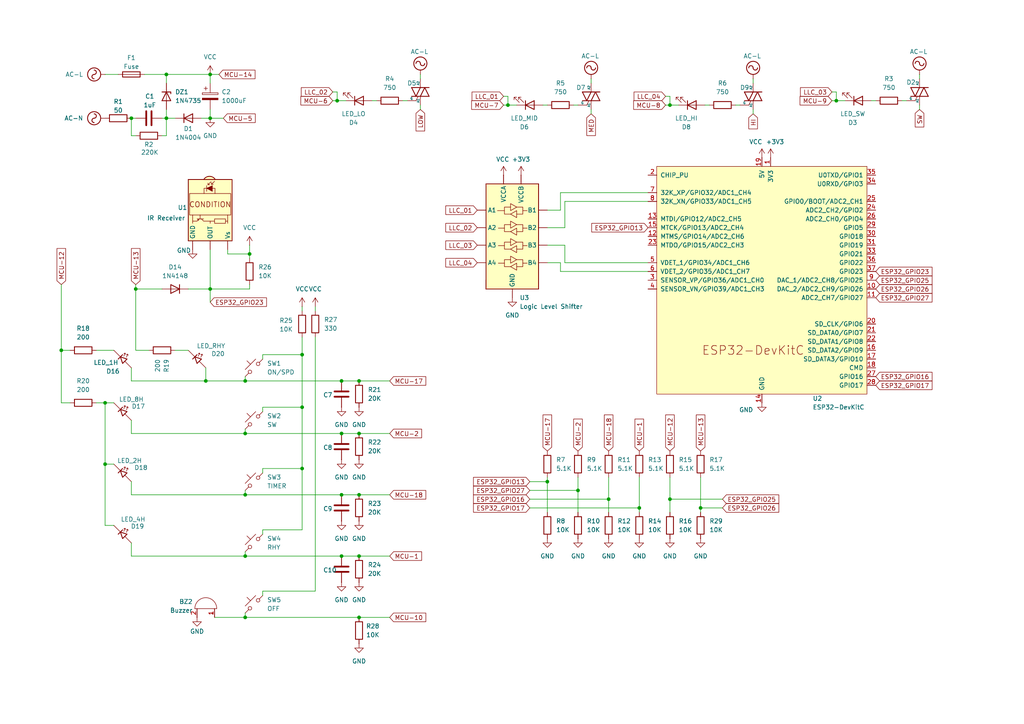
<source format=kicad_sch>
(kicad_sch (version 20250114) (generator "eeschema") (generator_version "9.0")
  (paper "A4")
  (lib_symbols
    (symbol "Device:Buzzer" (pin_names (offset 0.0254) (hide yes))
      (property "Reference" "BZ" (at 3.81 1.27 0))
      (property "Value" "Buzzer" (at 3.81 -1.27 0))
      (symbol "Buzzer_1_1"
        (pin passive line (at -2.54 2.54 0) (length 2.54) (name "+") (number "1"))
        (pin passive line (at -2.54 -2.54 0) (length 2.54) (name "-") (number "2"))
      )
    )
    (symbol "Device:C" (pin_numbers (hide yes)) (pin_names (offset 0.254))
      (property "Reference" "C" (at 0.635 2.54 0))
      (property "Value" "C" (at 0.635 -2.54 0))
      (symbol "C_1_1"
        (pin passive line (at 0 3.81 270) (length 2.794) (name "~") (number "1"))
        (pin passive line (at 0 -3.81 90) (length 2.794) (name "~") (number "2"))
      )
    )
    (symbol "Device:C_Polarized" (pin_numbers (hide yes)) (pin_names (offset 0.254))
      (property "Reference" "C" (at 0.635 2.54 0))
      (property "Value" "C_Polarized" (at 0.635 -2.54 0))
      (symbol "C_Polarized_1_1"
        (pin passive line (at 0 3.81 270) (length 2.794) (name "~") (number "1"))
        (pin passive line (at 0 -3.81 90) (length 2.794) (name "~") (number "2"))
      )
    )
    (symbol "Device:D" (pin_numbers (hide yes)) (pin_names (offset 1.016) (hide yes))
      (property "Reference" "D" (at 0 2.54 0))
      (property "Value" "D" (at 0 -2.54 0))
      (symbol "D_1_1"
        (pin passive line (at -3.81 0 0) (length 2.54) (name "K") (number "1"))
        (pin passive line (at 3.81 0 180) (length 2.54) (name "A") (number "2"))
      )
    )
    (symbol "Device:Fuse" (pin_numbers (hide yes)) (pin_names (offset 0))
      (property "Reference" "F" (at 2.032 0 90))
      (property "Value" "Fuse" (at -1.905 0 90))
      (symbol "Fuse_1_1"
        (pin passive line (at 0 3.81 270) (length 1.27) (name "~") (number "1"))
        (pin passive line (at 0 -3.81 90) (length 1.27) (name "~") (number "2"))
      )
    )
    (symbol "Device:LED" (pin_numbers (hide yes)) (pin_names (offset 1.016) (hide yes))
      (property "Reference" "D" (at 0 2.54 0))
      (property "Value" "LED" (at 0 -2.54 0))
      (symbol "LED_1_1"
        (pin passive line (at -3.81 0 0) (length 2.54) (name "K") (number "1"))
        (pin passive line (at 3.81 0 180) (length 2.54) (name "A") (number "2"))
      )
    )
    (symbol "Device:LED_45deg" (pin_numbers (hide yes)) (pin_names (offset 0) (hide yes))
      (property "Reference" "D" (at 1.27 2.54 0))
      (property "Value" "LED_45deg" (at 1.27 0 0))
      (property "Sim.Pins" "1=K 2=A" (at 0 0 0))
      (symbol "LED_45deg_1_1"
        (pin passive line (at -2.54 2.54 0) (length 0) (name "A") (number "2"))
        (pin passive line (at 2.54 -2.54 180) (length 0) (name "K") (number "1"))
      )
    )
    (symbol "Device:Q_Triac" (pin_numbers (hide yes)) (pin_names (offset 0))
      (property "Reference" "D" (at 3.175 0.635 0))
      (property "Value" "Q_Triac" (at 3.175 -1.27 0))
      (symbol "Q_Triac_1_1"
        (pin input line (at -3.81 -2.54 0) (length 2.54) (name "G") (number "G"))
        (pin passive line (at 0 3.81 270) (length 2.54) (name "A2") (number "A2"))
        (pin passive line (at 0 -3.81 90) (length 2.54) (name "A1") (number "A1"))
      )
    )
    (symbol "Device:R" (pin_numbers (hide yes)) (pin_names (offset 0))
      (property "Reference" "R" (at 2.032 0 90))
      (property "Value" "R" (at 0 0 90))
      (symbol "R_1_1"
        (pin passive line (at 0 3.81 270) (length 1.27) (name "~") (number "1"))
        (pin passive line (at 0 -3.81 90) (length 1.27) (name "~") (number "2"))
      )
    )
    (symbol "Diode:1N4148" (pin_numbers (hide yes)) (pin_names (hide yes))
      (property "Reference" "D" (at 0 2.54 0))
      (property "Value" "1N4148" (at 0 -2.54 0))
      (symbol "1N4148_1_1"
        (pin passive line (at -3.81 0 0) (length 2.54) (name "K") (number "1"))
        (pin passive line (at 3.81 0 180) (length 2.54) (name "A") (number "2"))
      )
    )
    (symbol "Diode:1N47xxA" (pin_numbers (hide yes)) (pin_names (hide yes))
      (property "Reference" "D" (at 0 2.54 0))
      (property "Value" "1N47xxA" (at 0 -2.54 0))
      (symbol "1N47xxA_1_1"
        (pin passive line (at -3.81 0 0) (length 2.54) (name "K") (number "1"))
        (pin passive line (at 3.81 0 180) (length 2.54) (name "A") (number "2"))
      )
    )
    (symbol "Interface_Optical:TSMP58138" (pin_numbers (hide yes))
      (property "Reference" "U" (at -10.16 7.62 0))
      (property "Value" "TSMP58138" (at -10.16 -7.62 0))
      (symbol "TSMP58138_0_0"
        (text "CONDITION" (at -2.921 0 900) (effects (font (size 1.524 1.524))))
      )
      (symbol "TSMP58138_1_1"
        (pin power_in line (at 10.16 5.08 180) (length 2.54) (name "Vs") (number "3"))
        (pin output line (at 10.16 0 180) (length 2.54) (name "OUT") (number "1"))
        (pin power_in line (at 10.16 -5.08 180) (length 2.54) (name "GND") (number "2"))
      )
    )
    (symbol "Logic_LevelTranslator:TXB0104D" (pin_numbers (hide yes))
      (property "Reference" "U3" (at 2.1433 -17.78 0))
      (property "Value" "TXB0104D" (at 2.1433 -20.32 0))
      (symbol "TXB0104D_1_1"
        (pin input line (at -10.16 12.7 0) (length 2.54) (hide yes) (name "OE") (number "8"))
        (pin bidirectional line (at -10.16 7.62 0) (length 2.54) (name "A1") (number "2"))
        (pin bidirectional line (at -10.16 2.54 0) (length 2.54) (name "A2") (number "3"))
        (pin bidirectional line (at -10.16 -2.54 0) (length 2.54) (name "A3") (number "4"))
        (pin bidirectional line (at -10.16 -7.62 0) (length 2.54) (name "A4") (number "5"))
        (pin no_connect line (at -7.62 -12.7 0) (length 2.54) (hide yes) (name "NC") (number "6"))
        (pin power_in line (at -2.54 17.78 270) (length 2.54) (name "VCCA") (number "1"))
        (pin power_in line (at 0 -17.78 90) (length 2.54) (name "GND") (number "7"))
        (pin power_in line (at 2.54 17.78 270) (length 2.54) (name "VCCB") (number "14"))
        (pin no_connect line (at 7.62 -12.7 180) (length 2.54) (hide yes) (name "NC") (number "9"))
        (pin bidirectional line (at 10.16 7.62 180) (length 2.54) (name "B1") (number "13"))
        (pin bidirectional line (at 10.16 2.54 180) (length 2.54) (name "B2") (number "12"))
        (pin bidirectional line (at 10.16 -2.54 180) (length 2.54) (name "B3") (number "11"))
        (pin bidirectional line (at 10.16 -7.62 180) (length 2.54) (name "B4") (number "10"))
      )
    )
    (symbol "PCM_Espressif:ESP32-DevKitC" (pin_names (offset 1.016))
      (property "Reference" "U" (at -30.48 38.1 0))
      (property "Value" "ESP32-DevKitC" (at -30.48 35.56 0))
      (symbol "ESP32-DevKitC_0_0"
        (text "ESP32-DevKitC" (at -2.54 -20.32 0) (effects (font (size 2.54 2.54))))
        (pin power_in line (at 0 35.56 270) (length 2.54) (name "5V") (number "19"))
        (pin power_in line (at 0 -35.56 90) (length 2.54) (name "GND") (number "14"))
      )
      (symbol "ESP32-DevKitC_1_1"
        (pin input line (at -33.02 30.48 0) (length 2.54) (name "CHIP_PU") (number "2"))
        (pin bidirectional line (at -33.02 25.4 0) (length 2.54) (name "32K_XP/GPIO32/ADC1_CH4") (number "7"))
        (pin bidirectional line (at -33.02 22.86 0) (length 2.54) (name "32K_XN/GPIO33/ADC1_CH5") (number "8"))
        (pin bidirectional line (at -33.02 17.78 0) (length 2.54) (name "MTDI/GPIO12/ADC2_CH5") (number "13"))
        (pin bidirectional line (at -33.02 15.24 0) (length 2.54) (name "MTCK/GPIO13/ADC2_CH4") (number "15"))
        (pin bidirectional line (at -33.02 12.7 0) (length 2.54) (name "MTMS/GPIO14/ADC2_CH6") (number "12"))
        (pin bidirectional line (at -33.02 10.16 0) (length 2.54) (name "MTDO/GPIO15/ADC2_CH3") (number "23"))
        (pin input line (at -33.02 5.08 0) (length 2.54) (name "VDET_1/GPIO34/ADC1_CH6") (number "5"))
        (pin input line (at -33.02 2.54 0) (length 2.54) (name "VDET_2/GPIO35/ADC1_CH7") (number "6"))
        (pin input line (at -33.02 0 0) (length 2.54) (name "SENSOR_VP/GPIO36/ADC1_CH0") (number "3"))
        (pin input line (at -33.02 -2.54 0) (length 2.54) (name "SENSOR_VN/GPIO39/ADC1_CH3") (number "4"))
        (pin passive line (at 0 -35.56 90) (length 2.54) (hide yes) (name "GND") (number "32"))
        (pin passive line (at 0 -35.56 90) (length 2.54) (hide yes) (name "GND") (number "38"))
        (pin power_in line (at 2.54 35.56 270) (length 2.54) (name "3V3") (number "1"))
        (pin bidirectional line (at 33.02 30.48 180) (length 2.54) (name "U0TXD/GPIO1") (number "35"))
        (pin bidirectional line (at 33.02 27.94 180) (length 2.54) (name "U0RXD/GPIO3") (number "34"))
        (pin bidirectional line (at 33.02 22.86 180) (length 2.54) (name "GPIO0/BOOT/ADC2_CH1") (number "25"))
        (pin bidirectional line (at 33.02 20.32 180) (length 2.54) (name "ADC2_CH2/GPIO2") (number "24"))
        (pin bidirectional line (at 33.02 17.78 180) (length 2.54) (name "ADC2_CH0/GPIO4") (number "26"))
        (pin bidirectional line (at 33.02 15.24 180) (length 2.54) (name "GPIO5") (number "29"))
        (pin bidirectional line (at 33.02 12.7 180) (length 2.54) (name "GPIO18") (number "30"))
        (pin bidirectional line (at 33.02 10.16 180) (length 2.54) (name "GPIO19") (number "31"))
        (pin bidirectional line (at 33.02 7.62 180) (length 2.54) (name "GPIO21") (number "33"))
        (pin bidirectional line (at 33.02 5.08 180) (length 2.54) (name "GPIO22") (number "36"))
        (pin bidirectional line (at 33.02 2.54 180) (length 2.54) (name "GPIO23") (number "37"))
        (pin bidirectional line (at 33.02 0 180) (length 2.54) (name "DAC_1/ADC2_CH8/GPIO25") (number "9"))
        (pin bidirectional line (at 33.02 -2.54 180) (length 2.54) (name "DAC_2/ADC2_CH9/GPIO26") (number "10"))
        (pin bidirectional line (at 33.02 -5.08 180) (length 2.54) (name "ADC2_CH7/GPIO27") (number "11"))
        (pin bidirectional line (at 33.02 -12.7 180) (length 2.54) (name "SD_CLK/GPIO6") (number "20"))
        (pin bidirectional line (at 33.02 -15.24 180) (length 2.54) (name "SD_DATA0/GPIO7") (number "21"))
        (pin bidirectional line (at 33.02 -17.78 180) (length 2.54) (name "SD_DATA1/GPIO8") (number "22"))
        (pin bidirectional line (at 33.02 -20.32 180) (length 2.54) (name "SD_DATA2/GPIO9") (number "16"))
        (pin bidirectional line (at 33.02 -22.86 180) (length 2.54) (name "SD_DATA3/GPIO10") (number "17"))
        (pin bidirectional line (at 33.02 -25.4 180) (length 2.54) (name "CMD") (number "18"))
        (pin bidirectional line (at 33.02 -27.94 180) (length 2.54) (name "GPIO16") (number "27"))
        (pin bidirectional line (at 33.02 -30.48 180) (length 2.54) (name "GPIO17") (number "28"))
      )
    )
    (symbol "Switch:SW_Push_45deg" (pin_numbers (hide yes)) (pin_names (offset 1.016) (hide yes))
      (property "Reference" "SW" (at 3.048 1.016 0))
      (property "Value" "SW_Push_45deg" (at 0 -3.81 0))
      (symbol "SW_Push_45deg_0_1"
        (pin passive line (at -2.54 2.54 0) (length 0) (name "1") (number "1"))
        (pin passive line (at 2.54 -2.54 180) (length 0) (name "2") (number "2"))
      )
    )
    (symbol "power:+3V3" (power) (pin_numbers (hide yes)) (pin_names (offset 0) (hide yes))
      (property "Value" "+3V3" (at 0 3.556 0))
      (symbol "+3V3_1_1"
        (pin power_in line (at 0 0 90) (length 0) (name "~") (number "1"))
      )
    )
    (symbol "power:AC" (power) (pin_numbers (hide yes)) (pin_names (offset 0) (hide yes))
      (property "Value" "AC" (at 0 6.35 0))
      (symbol "AC_1_1"
        (pin power_in line (at 0 0 90) (length 0) (name "~") (number "1"))
      )
    )
    (symbol "power:GND" (power) (pin_numbers (hide yes)) (pin_names (offset 0) (hide yes))
      (property "Value" "GND" (at 0 -3.81 0))
      (symbol "GND_1_1"
        (pin power_in line (at 0 0 270) (length 0) (name "~") (number "1"))
      )
    )
    (symbol "power:VCC" (power) (pin_numbers (hide yes)) (pin_names (offset 0) (hide yes))
      (property "Value" "VCC" (at 0 3.556 0))
      (symbol "VCC_1_1"
        (pin power_in line (at 0 0 90) (length 0) (name "~") (number "1"))
      )
    )
  )
  (junction (at 104.14 143.51))
  (junction (at 71.12 143.51))
  (junction (at 71.12 179.07))
  (junction (at 17.78 101.6))
  (junction (at 104.14 125.73))
  (junction (at 87.63 135.89))
  (junction (at 194.31 144.78))
  (junction (at 104.14 179.07))
  (junction (at 38.1 34.29))
  (junction (at 48.26 34.29))
  (junction (at 104.14 110.49))
  (junction (at 176.53 144.78))
  (junction (at 99.06 143.51))
  (junction (at 39.37 83.82))
  (junction (at 242.57 29.21))
  (junction (at 147.32 30.48))
  (junction (at 87.63 118.11))
  (junction (at 185.42 147.32))
  (junction (at 30.48 116.84))
  (junction (at 158.75 139.7))
  (junction (at 87.63 102.87))
  (junction (at 167.64 142.24))
  (junction (at 48.26 21.59))
  (junction (at 60.96 83.82))
  (junction (at 99.06 125.73))
  (junction (at 203.2 147.32))
  (junction (at 60.96 34.29))
  (junction (at 194.31 30.48))
  (junction (at 72.39 73.66))
  (junction (at 99.06 161.29))
  (junction (at 59.69 110.49))
  (junction (at 99.06 110.49))
  (junction (at 104.14 161.29))
  (junction (at 97.79 29.21))
  (junction (at 71.12 125.73))
  (junction (at 71.12 161.29))
  (junction (at 71.12 110.49))
  (junction (at 30.48 134.62))
  (junction (at 60.96 21.59))
  (wire (pts (xy 76.2 102.87) (xy 87.63 102.87)))
  (wire (pts (xy 266.7 30.48) (xy 266.7 31.75)))
  (wire (pts (xy 66.04 72.39) (xy 66.04 73.66)))
  (wire (pts (xy 158.75 71.12) (xy 163.83 71.12)))
  (wire (pts (xy 104.14 143.51) (xy 113.03 143.51)))
  (wire (pts (xy 60.96 83.82) (xy 72.39 83.82)))
  (wire (pts (xy 48.26 31.75) (xy 48.26 34.29)))
  (wire (pts (xy 242.57 26.67) (xy 242.57 29.21)))
  (wire (pts (xy 71.12 110.49) (xy 99.06 110.49)))
  (wire (pts (xy 59.69 106.68) (xy 59.69 110.49)))
  (wire (pts (xy 38.1 110.49) (xy 59.69 110.49)))
  (wire (pts (xy 91.44 90.17) (xy 91.44 88.9)))
  (wire (pts (xy 71.12 161.29) (xy 99.06 161.29)))
  (wire (pts (xy 104.14 161.29) (xy 113.03 161.29)))
  (wire (pts (xy 71.12 143.51) (xy 99.06 143.51)))
  (wire (pts (xy 213.36 30.48) (xy 214.63 30.48)))
  (wire (pts (xy 158.75 66.04) (xy 163.83 66.04)))
  (wire (pts (xy 62.23 179.07) (xy 71.12 179.07)))
  (wire (pts (xy 266.7 21.59) (xy 266.7 22.86)))
  (wire (pts (xy 104.14 125.73) (xy 113.03 125.73)))
  (wire (pts (xy 71.12 179.07) (xy 104.14 179.07)))
  (wire (pts (xy 241.3 29.21) (xy 242.57 29.21)))
  (wire (pts (xy 38.1 143.51) (xy 71.12 143.51)))
  (wire (pts (xy 162.56 55.88) (xy 187.96 55.88)))
  (wire (pts (xy 17.78 101.6) (xy 20.32 101.6)))
  (wire (pts (xy 104.14 110.49) (xy 113.03 110.49)))
  (wire (pts (xy 99.06 110.49) (xy 104.14 110.49)))
  (wire (pts (xy 167.64 138.43) (xy 167.64 142.24)))
  (wire (pts (xy 76.2 171.45) (xy 91.44 171.45)))
  (wire (pts (xy 38.1 39.37) (xy 38.1 34.29)))
  (wire (pts (xy 194.31 30.48) (xy 196.85 30.48)))
  (wire (pts (xy 87.63 97.79) (xy 87.63 102.87)))
  (wire (pts (xy 46.99 39.37) (xy 48.26 39.37)))
  (wire (pts (xy 185.42 147.32) (xy 185.42 148.59)))
  (wire (pts (xy 71.12 109.22) (xy 71.12 110.49)))
  (wire (pts (xy 48.26 24.13) (xy 48.26 21.59)))
  (wire (pts (xy 60.96 72.39) (xy 60.96 83.82)))
  (wire (pts (xy 171.45 22.86) (xy 171.45 24.13)))
  (wire (pts (xy 48.26 34.29) (xy 50.8 34.29)))
  (wire (pts (xy 252.73 29.21) (xy 254 29.21)))
  (wire (pts (xy 17.78 116.84) (xy 20.32 116.84)))
  (wire (pts (xy 203.2 147.32) (xy 203.2 148.59)))
  (wire (pts (xy 46.99 83.82) (xy 39.37 83.82)))
  (wire (pts (xy 116.84 29.21) (xy 118.11 29.21)))
  (wire (pts (xy 176.53 138.43) (xy 176.53 144.78)))
  (wire (pts (xy 187.96 76.2) (xy 163.83 76.2)))
  (wire (pts (xy 87.63 118.11) (xy 87.63 135.89)))
  (wire (pts (xy 30.48 152.4) (xy 33.02 152.4)))
  (wire (pts (xy 76.2 172.72) (xy 76.2 171.45)))
  (wire (pts (xy 38.1 161.29) (xy 71.12 161.29)))
  (wire (pts (xy 99.06 143.51) (xy 104.14 143.51)))
  (wire (pts (xy 153.67 139.7) (xy 158.75 139.7)))
  (wire (pts (xy 38.1 125.73) (xy 71.12 125.73)))
  (wire (pts (xy 71.12 142.24) (xy 71.12 143.51)))
  (wire (pts (xy 96.52 26.67) (xy 97.79 26.67)))
  (wire (pts (xy 66.04 73.66) (xy 72.39 73.66)))
  (wire (pts (xy 27.94 101.6) (xy 33.02 101.6)))
  (wire (pts (xy 39.37 101.6) (xy 43.18 101.6)))
  (wire (pts (xy 218.44 31.75) (xy 218.44 33.02)))
  (wire (pts (xy 48.26 39.37) (xy 48.26 34.29)))
  (wire (pts (xy 153.67 142.24) (xy 167.64 142.24)))
  (wire (pts (xy 87.63 102.87) (xy 87.63 118.11)))
  (wire (pts (xy 153.67 144.78) (xy 176.53 144.78)))
  (wire (pts (xy 193.04 27.94) (xy 194.31 27.94)))
  (wire (pts (xy 163.83 58.42) (xy 163.83 66.04)))
  (wire (pts (xy 147.32 30.48) (xy 149.86 30.48)))
  (wire (pts (xy 203.2 147.32) (xy 209.55 147.32)))
  (wire (pts (xy 72.39 83.82) (xy 72.39 82.55)))
  (wire (pts (xy 194.31 144.78) (xy 209.55 144.78)))
  (wire (pts (xy 146.05 27.94) (xy 147.32 27.94)))
  (wire (pts (xy 30.48 21.59) (xy 34.29 21.59)))
  (wire (pts (xy 60.96 34.29) (xy 60.96 31.75)))
  (wire (pts (xy 71.12 124.46) (xy 71.12 125.73)))
  (wire (pts (xy 38.1 106.68) (xy 38.1 110.49)))
  (wire (pts (xy 97.79 29.21) (xy 100.33 29.21)))
  (wire (pts (xy 17.78 101.6) (xy 17.78 116.84)))
  (wire (pts (xy 58.42 34.29) (xy 60.96 34.29)))
  (wire (pts (xy 72.39 73.66) (xy 72.39 71.12)))
  (wire (pts (xy 38.1 143.51) (xy 38.1 139.7)))
  (wire (pts (xy 17.78 82.55) (xy 17.78 101.6)))
  (wire (pts (xy 76.2 135.89) (xy 87.63 135.89)))
  (wire (pts (xy 50.8 101.6) (xy 54.61 101.6)))
  (wire (pts (xy 72.39 73.66) (xy 72.39 74.93)))
  (wire (pts (xy 121.92 30.48) (xy 121.92 31.75)))
  (wire (pts (xy 41.91 21.59) (xy 48.26 21.59)))
  (wire (pts (xy 39.37 82.55) (xy 39.37 83.82)))
  (wire (pts (xy 91.44 97.79) (xy 91.44 171.45)))
  (wire (pts (xy 71.12 177.8) (xy 71.12 179.07)))
  (wire (pts (xy 99.06 161.29) (xy 104.14 161.29)))
  (wire (pts (xy 76.2 137.16) (xy 76.2 135.89)))
  (wire (pts (xy 60.96 34.29) (xy 64.77 34.29)))
  (wire (pts (xy 46.99 34.29) (xy 48.26 34.29)))
  (wire (pts (xy 167.64 142.24) (xy 167.64 148.59)))
  (wire (pts (xy 158.75 139.7) (xy 158.75 148.59)))
  (wire (pts (xy 147.32 27.94) (xy 147.32 30.48)))
  (wire (pts (xy 97.79 26.67) (xy 97.79 29.21)))
  (wire (pts (xy 39.37 83.82) (xy 39.37 101.6)))
  (wire (pts (xy 157.48 30.48) (xy 158.75 30.48)))
  (wire (pts (xy 194.31 138.43) (xy 194.31 144.78)))
  (wire (pts (xy 241.3 26.67) (xy 242.57 26.67)))
  (wire (pts (xy 76.2 154.94) (xy 76.2 153.67)))
  (wire (pts (xy 185.42 138.43) (xy 185.42 147.32)))
  (wire (pts (xy 59.69 110.49) (xy 71.12 110.49)))
  (wire (pts (xy 38.1 125.73) (xy 38.1 121.92)))
  (wire (pts (xy 87.63 153.67) (xy 87.63 135.89)))
  (wire (pts (xy 87.63 88.9) (xy 87.63 90.17)))
  (wire (pts (xy 30.48 134.62) (xy 33.02 134.62)))
  (wire (pts (xy 99.06 125.73) (xy 104.14 125.73)))
  (wire (pts (xy 107.95 29.21) (xy 109.22 29.21)))
  (wire (pts (xy 204.47 30.48) (xy 205.74 30.48)))
  (wire (pts (xy 30.48 116.84) (xy 30.48 134.62)))
  (wire (pts (xy 187.96 58.42) (xy 163.83 58.42)))
  (wire (pts (xy 38.1 161.29) (xy 38.1 157.48)))
  (wire (pts (xy 121.92 21.59) (xy 121.92 22.86)))
  (wire (pts (xy 60.96 24.13) (xy 60.96 21.59)))
  (wire (pts (xy 96.52 29.21) (xy 97.79 29.21)))
  (wire (pts (xy 76.2 119.38) (xy 76.2 118.11)))
  (wire (pts (xy 158.75 138.43) (xy 158.75 139.7)))
  (wire (pts (xy 30.48 134.62) (xy 30.48 152.4)))
  (wire (pts (xy 27.94 116.84) (xy 30.48 116.84)))
  (wire (pts (xy 158.75 60.96) (xy 162.56 60.96)))
  (wire (pts (xy 76.2 118.11) (xy 87.63 118.11)))
  (wire (pts (xy 54.61 83.82) (xy 60.96 83.82)))
  (wire (pts (xy 104.14 179.07) (xy 113.03 179.07)))
  (wire (pts (xy 60.96 83.82) (xy 60.96 87.63)))
  (wire (pts (xy 193.04 30.48) (xy 194.31 30.48)))
  (wire (pts (xy 39.37 39.37) (xy 38.1 39.37)))
  (wire (pts (xy 30.48 116.84) (xy 33.02 116.84)))
  (wire (pts (xy 166.37 30.48) (xy 167.64 30.48)))
  (wire (pts (xy 153.67 147.32) (xy 185.42 147.32)))
  (wire (pts (xy 76.2 153.67) (xy 87.63 153.67)))
  (wire (pts (xy 171.45 31.75) (xy 171.45 33.02)))
  (wire (pts (xy 261.62 29.21) (xy 262.89 29.21)))
  (wire (pts (xy 71.12 125.73) (xy 99.06 125.73)))
  (wire (pts (xy 38.1 34.29) (xy 39.37 34.29)))
  (wire (pts (xy 194.31 27.94) (xy 194.31 30.48)))
  (wire (pts (xy 162.56 78.74) (xy 162.56 76.2)))
  (wire (pts (xy 163.83 76.2) (xy 163.83 71.12)))
  (wire (pts (xy 162.56 60.96) (xy 162.56 55.88)))
  (wire (pts (xy 146.05 30.48) (xy 147.32 30.48)))
  (wire (pts (xy 203.2 138.43) (xy 203.2 147.32)))
  (wire (pts (xy 218.44 22.86) (xy 218.44 24.13)))
  (wire (pts (xy 48.26 21.59) (xy 60.96 21.59)))
  (wire (pts (xy 76.2 104.14) (xy 76.2 102.87)))
  (wire (pts (xy 71.12 160.02) (xy 71.12 161.29)))
  (wire (pts (xy 60.96 21.59) (xy 63.5 21.59)))
  (wire (pts (xy 242.57 29.21) (xy 245.11 29.21)))
  (wire (pts (xy 176.53 144.78) (xy 176.53 148.59)))
  (wire (pts (xy 187.96 78.74) (xy 162.56 78.74)))
  (wire (pts (xy 194.31 144.78) (xy 194.31 148.59)))
  (wire (pts (xy 158.75 76.2) (xy 162.56 76.2)))
  (global_label "ESP32_GPIO16" (shape input) (at 254 109.22 0) (property "Intersheetrefs" "${INTERSHEET_REFS}" (effects (hide yes))))
  (global_label "ESP32_GPIO25" (shape input) (at 254 81.28 0) (property "Intersheetrefs" "${INTERSHEET_REFS}" (effects (hide yes))))
  (global_label "MCU-13" (shape input) (at 203.2 130.81 90) (property "Intersheetrefs" "${INTERSHEET_REFS}" (effects (hide yes))))
  (global_label "ESP32_GPIO26" (shape input) (at 209.55 147.32 0) (property "Intersheetrefs" "${INTERSHEET_REFS}" (effects (hide yes))))
  (global_label "MCU-13" (shape input) (at 39.37 82.55 90) (property "Intersheetrefs" "${INTERSHEET_REFS}" (effects (hide yes))))
  (global_label "ESP32_GPIO17" (shape input) (at 254 111.76 0) (property "Intersheetrefs" "${INTERSHEET_REFS}" (effects (hide yes))))
  (global_label "MCU-17" (shape input) (at 113.03 110.49 0) (property "Intersheetrefs" "${INTERSHEET_REFS}" (effects (hide yes))))
  (global_label "MCU-18" (shape input) (at 113.03 143.51 0) (property "Intersheetrefs" "${INTERSHEET_REFS}" (effects (hide yes))))
  (global_label "MCU-5" (shape input) (at 64.77 34.29 0) (property "Intersheetrefs" "${INTERSHEET_REFS}" (effects (hide yes))))
  (global_label "ESP32_GPIO23" (shape input) (at 60.96 87.63 0) (property "Intersheetrefs" "${INTERSHEET_REFS}" (effects (hide yes))))
  (global_label "MCU-10" (shape input) (at 113.03 179.07 0) (property "Intersheetrefs" "${INTERSHEET_REFS}" (effects (hide yes))))
  (global_label "MCU-6" (shape input) (at 96.52 29.21 180) (property "Intersheetrefs" "${INTERSHEET_REFS}" (effects (hide yes))))
  (global_label "ESP32_GPIO25" (shape input) (at 209.55 144.78 0) (property "Intersheetrefs" "${INTERSHEET_REFS}" (effects (hide yes))))
  (global_label "ESP32_GPIO13" (shape input) (at 187.96 66.04 180) (property "Intersheetrefs" "${INTERSHEET_REFS}" (effects (hide yes))))
  (global_label "MCU-12" (shape input) (at 194.31 130.81 90) (property "Intersheetrefs" "${INTERSHEET_REFS}" (effects (hide yes))))
  (global_label "MCU-17" (shape input) (at 158.75 130.81 90) (property "Intersheetrefs" "${INTERSHEET_REFS}" (effects (hide yes))))
  (global_label "LLC_04" (shape input) (at 193.04 27.94 180) (property "Intersheetrefs" "${INTERSHEET_REFS}" (effects (hide yes))))
  (global_label "MCU-14" (shape input) (at 63.5 21.59 0) (property "Intersheetrefs" "${INTERSHEET_REFS}" (effects (hide yes))))
  (global_label "MCU-2" (shape input) (at 113.03 125.73 0) (property "Intersheetrefs" "${INTERSHEET_REFS}" (effects (hide yes))))
  (global_label "LLC_01" (shape input) (at 146.05 27.94 180) (property "Intersheetrefs" "${INTERSHEET_REFS}" (effects (hide yes))))
  (global_label "LLC_02" (shape input) (at 138.43 66.04 180) (property "Intersheetrefs" "${INTERSHEET_REFS}" (effects (hide yes))))
  (global_label "ESP32_GPIO27" (shape input) (at 254 86.36 0) (property "Intersheetrefs" "${INTERSHEET_REFS}" (effects (hide yes))))
  (global_label "LOW" (shape input) (at 121.92 31.75 270) (property "Intersheetrefs" "${INTERSHEET_REFS}" (effects (hide yes))))
  (global_label "SW" (shape input) (at 266.7 31.75 270) (property "Intersheetrefs" "${INTERSHEET_REFS}" (effects (hide yes))))
  (global_label "HI" (shape input) (at 218.44 33.02 270) (property "Intersheetrefs" "${INTERSHEET_REFS}" (effects (hide yes))))
  (global_label "ESP32_GPIO17" (shape input) (at 153.67 147.32 180) (property "Intersheetrefs" "${INTERSHEET_REFS}" (effects (hide yes))))
  (global_label "MCU-7" (shape input) (at 146.05 30.48 180) (property "Intersheetrefs" "${INTERSHEET_REFS}" (effects (hide yes))))
  (global_label "MED" (shape input) (at 171.45 33.02 270) (property "Intersheetrefs" "${INTERSHEET_REFS}" (effects (hide yes))))
  (global_label "MCU-8" (shape input) (at 193.04 30.48 180) (property "Intersheetrefs" "${INTERSHEET_REFS}" (effects (hide yes))))
  (global_label "ESP32_GPIO13" (shape input) (at 153.67 139.7 180) (property "Intersheetrefs" "${INTERSHEET_REFS}" (effects (hide yes))))
  (global_label "MCU-12" (shape input) (at 17.78 82.55 90) (property "Intersheetrefs" "${INTERSHEET_REFS}" (effects (hide yes))))
  (global_label "LLC_03" (shape input) (at 241.3 26.67 180) (property "Intersheetrefs" "${INTERSHEET_REFS}" (effects (hide yes))))
  (global_label "MCU-1" (shape input) (at 113.03 161.29 0) (property "Intersheetrefs" "${INTERSHEET_REFS}" (effects (hide yes))))
  (global_label "MCU-9" (shape input) (at 241.3 29.21 180) (property "Intersheetrefs" "${INTERSHEET_REFS}" (effects (hide yes))))
  (global_label "MCU-18" (shape input) (at 176.53 130.81 90) (property "Intersheetrefs" "${INTERSHEET_REFS}" (effects (hide yes))))
  (global_label "MCU-1" (shape input) (at 185.42 130.81 90) (property "Intersheetrefs" "${INTERSHEET_REFS}" (effects (hide yes))))
  (global_label "ESP32_GPIO27" (shape input) (at 153.67 142.24 180) (property "Intersheetrefs" "${INTERSHEET_REFS}" (effects (hide yes))))
  (global_label "LLC_01" (shape input) (at 138.43 60.96 180) (property "Intersheetrefs" "${INTERSHEET_REFS}" (effects (hide yes))))
  (global_label "MCU-2" (shape input) (at 167.64 130.81 90) (property "Intersheetrefs" "${INTERSHEET_REFS}" (effects (hide yes))))
  (global_label "ESP32_GPIO16" (shape input) (at 153.67 144.78 180) (property "Intersheetrefs" "${INTERSHEET_REFS}" (effects (hide yes))))
  (global_label "ESP32_GPIO23" (shape input) (at 254 78.74 0) (property "Intersheetrefs" "${INTERSHEET_REFS}" (effects (hide yes))))
  (global_label "LLC_03" (shape input) (at 138.43 71.12 180) (property "Intersheetrefs" "${INTERSHEET_REFS}" (effects (hide yes))))
  (global_label "LLC_04" (shape input) (at 138.43 76.2 180) (property "Intersheetrefs" "${INTERSHEET_REFS}" (effects (hide yes))))
  (global_label "LLC_02" (shape input) (at 96.52 26.67 180) (property "Intersheetrefs" "${INTERSHEET_REFS}" (effects (hide yes))))
  (global_label "ESP32_GPIO26" (shape input) (at 254 83.82 0) (property "Intersheetrefs" "${INTERSHEET_REFS}" (effects (hide yes))))
  (symbol (lib_id "power:GND") (at 104.14 186.69 0) (unit 1)
    (property "Reference" "#PWR035" (effects (hide yes)))
    (property "Value" "GND" (at 104.14 191.77 0))
    (property "Description" "Power symbol creates a global label with name \"GND\" , ground" (effects (hide yes)))
  )
  (symbol (lib_id "Device:LED") (at 248.92 29.21 0) (mirror x) (unit 1)
    (property "Reference" "D3" (at 247.3325 35.56 0))
    (property "Value" "LED_SW" (at 247.3325 33.02 0))
    (property "Description" "Light emitting diode" (effects (hide yes)))
    (property "Sim.Pins" "1=K 2=A" (effects (hide yes)))
  )
  (symbol (lib_id "power:GND") (at 220.98 116.84 0) (unit 1)
    (property "Reference" "#PWR09" (effects (hide yes)))
    (property "Value" "GND" (at 216.408 118.872 0))
    (property "Description" "Power symbol creates a global label with name \"GND\" , ground" (effects (hide yes)))
  )
  (symbol (lib_id "power:AC") (at 218.44 22.86 0) (unit 1)
    (property "Reference" "#PWR08" (effects (hide yes)))
    (property "Value" "AC-L" (at 218.186 16.256 0))
    (property "Description" "Power symbol creates a global label with name \"AC\"" (effects (hide yes)))
  )
  (symbol (lib_id "Switch:SW_Push_45deg") (at 73.66 121.92 90) (unit 1)
    (property "Reference" "SW2" (at 77.47 120.6499 90) (effects (justify right)))
    (property "Value" "SW" (at 77.47 123.1899 90) (effects (justify right)))
    (property "Description" "Push button switch, normally open, two pins, 45° tilted" (effects (hide yes)))
  )
  (symbol (lib_id "power:GND") (at 99.06 118.11 0) (unit 1)
    (property "Reference" "#PWR025" (effects (hide yes)))
    (property "Value" "GND" (at 99.06 123.19 0))
    (property "Description" "Power symbol creates a global label with name \"GND\" , ground" (effects (hide yes)))
  )
  (symbol (lib_id "power:GND") (at 167.64 156.21 0) (unit 1)
    (property "Reference" "#PWR016" (effects (hide yes)))
    (property "Value" "GND" (at 167.64 161.29 0))
    (property "Description" "Power symbol creates a global label with name \"GND\" , ground" (effects (hide yes)))
  )
  (symbol (lib_id "Device:R") (at 176.53 134.62 0) (unit 1)
    (property "Reference" "R11" (at 179.07 133.3499 0) (effects (justify left)))
    (property "Value" "5.1K" (at 179.07 135.8899 0) (effects (justify left)))
    (property "Description" "Resistor" (effects (hide yes)))
  )
  (symbol (lib_id "power:AC") (at 121.92 21.59 0) (unit 1)
    (property "Reference" "#PWR06" (effects (hide yes)))
    (property "Value" "AC-L" (at 121.666 14.986 0))
    (property "Description" "Power symbol creates a global label with name \"AC\"" (effects (hide yes)))
  )
  (symbol (lib_id "Device:R") (at 113.03 29.21 90) (unit 1)
    (property "Reference" "R4" (at 113.03 22.86 90))
    (property "Value" "750" (at 113.03 25.4 90))
    (property "Description" "Resistor" (effects (hide yes)))
  )
  (symbol (lib_id "Device:LED_45deg") (at 35.56 104.14 180) (unit 1)
    (property "Reference" "D16" (at 32.766 107.696 0))
    (property "Value" "LED_1H" (at 30.734 105.156 0))
    (property "Description" "Light emitting diode, rotated by 45°" (effects (hide yes)))
    (property "Sim.Pins" "1=K 2=A" (effects (hide yes)))
  )
  (symbol (lib_id "Device:Fuse") (at 38.1 21.59 90) (unit 1)
    (property "Reference" "F1" (at 38.1 16.764 90))
    (property "Value" "Fuse" (at 38.1 19.304 90))
    (property "Description" "Fuse" (effects (hide yes)))
  )
  (symbol (lib_id "Interface_Optical:TSMP58138") (at 60.96 62.23 270) (unit 1)
    (property "Reference" "U1" (at 51.562 60.198 90) (effects (justify left)))
    (property "Value" "IR Receiver" (at 42.672 63.246 90) (effects (justify left)))
    (property "Footprint" "OptoDevice:Vishay_MINICAST-3Pin" (effects (hide yes)))
    (property "Datasheet" "http://www.vishay.com/docs/82486/tsmp58138.pdf" (effects (hide yes)))
    (property "Description" "Photo Module (Repeater) for PCM Remote Control Systems" (effects (hide yes)))
  )
  (symbol (lib_id "power:VCC") (at 72.39 71.12 0) (unit 1)
    (property "Reference" "#PWR021" (effects (hide yes)))
    (property "Value" "VCC" (at 72.39 66.04 0))
    (property "Description" "Power symbol creates a global label with name \"VCC\"" (effects (hide yes)))
  )
  (symbol (lib_id "Device:R") (at 185.42 134.62 0) (unit 1)
    (property "Reference" "R13" (at 187.96 133.3499 0) (effects (justify left)))
    (property "Value" "5.1K" (at 187.96 135.8899 0) (effects (justify left)))
    (property "Description" "Resistor" (effects (hide yes)))
  )
  (symbol (lib_id "Device:LED") (at 104.14 29.21 0) (mirror x) (unit 1)
    (property "Reference" "D4" (at 102.5525 35.56 0))
    (property "Value" "LED_LO" (at 102.5525 33.02 0))
    (property "Description" "Light emitting diode" (effects (hide yes)))
    (property "Sim.Pins" "1=K 2=A" (effects (hide yes)))
  )
  (symbol (lib_id "Device:R") (at 158.75 134.62 0) (unit 1)
    (property "Reference" "R7" (at 161.29 133.3499 0) (effects (justify left)))
    (property "Value" "5.1K" (at 161.29 135.8899 0) (effects (justify left)))
    (property "Description" "Resistor" (effects (hide yes)))
  )
  (symbol (lib_id "power:GND") (at 99.06 151.13 0) (unit 1)
    (property "Reference" "#PWR028" (effects (hide yes)))
    (property "Value" "GND" (at 99.06 156.21 0))
    (property "Description" "Power symbol creates a global label with name \"GND\" , ground" (effects (hide yes)))
  )
  (symbol (lib_id "Device:D") (at 54.61 34.29 0) (unit 1)
    (property "Reference" "D1" (at 54.61 37.338 0))
    (property "Value" "1N4004" (at 54.61 39.878 0))
    (property "Description" "Diode" (effects (hide yes)))
    (property "Sim.Device" "D" (effects (hide yes)))
    (property "Sim.Pins" "1=K 2=A" (effects (hide yes)))
  )
  (symbol (lib_id "Device:C") (at 43.18 34.29 90) (unit 1)
    (property "Reference" "C1" (at 43.434 27.94 90))
    (property "Value" "1uF" (at 43.434 30.48 90))
    (property "Description" "Unpolarized capacitor" (effects (hide yes)))
  )
  (symbol (lib_id "Device:LED_45deg") (at 35.56 119.38 180) (unit 1)
    (property "Reference" "D17" (at 40.132 117.856 0))
    (property "Value" "LED_8H" (at 38.1 115.824 0))
    (property "Description" "Light emitting diode, rotated by 45°" (effects (hide yes)))
    (property "Sim.Pins" "1=K 2=A" (effects (hide yes)))
  )
  (symbol (lib_id "power:GND") (at 148.59 86.36 0) (unit 1)
    (property "Reference" "#PWR014" (effects (hide yes)))
    (property "Value" "GND" (at 148.59 91.44 0))
    (property "Description" "Power symbol creates a global label with name \"GND\" , ground" (effects (hide yes)))
  )
  (symbol (lib_id "power:AC") (at 30.48 21.59 90) (unit 1)
    (property "Reference" "#PWR02" (effects (hide yes)))
    (property "Value" "AC-L" (at 24.13 21.5899 90) (effects (justify left)))
    (property "Description" "Power symbol creates a global label with name \"AC\"" (effects (hide yes)))
  )
  (symbol (lib_id "Device:R") (at 194.31 134.62 0) (unit 1)
    (property "Reference" "R15" (at 196.85 133.3499 0) (effects (justify left)))
    (property "Value" "5.1K" (at 196.85 135.8899 0) (effects (justify left)))
    (property "Description" "Resistor" (effects (hide yes)))
  )
  (symbol (lib_id "Device:R") (at 72.39 78.74 180) (unit 1)
    (property "Reference" "R26" (at 74.93 77.4699 0) (effects (justify right)))
    (property "Value" "10K" (at 74.93 80.0099 0) (effects (justify right)))
    (property "Description" "Resistor" (effects (hide yes)))
  )
  (symbol (lib_id "power:GND") (at 57.15 179.07 0) (unit 1)
    (property "Reference" "#PWR034" (effects (hide yes)))
    (property "Value" "GND" (at 57.15 183.134 0))
    (property "Description" "Power symbol creates a global label with name \"GND\" , ground" (effects (hide yes)))
  )
  (symbol (lib_id "Diode:1N47xxA") (at 48.26 27.94 270) (unit 1)
    (property "Reference" "DZ1" (at 50.8 26.6699 90) (effects (justify left)))
    (property "Value" "1N4735" (at 50.8 29.2099 90) (effects (justify left)))
    (property "Footprint" "Diode_THT:D_DO-41_SOD81_P10.16mm_Horizontal" (effects (hide yes)))
    (property "Datasheet" "https://www.vishay.com/docs/85816/1n4728a.pdf" (effects (hide yes)))
    (property "Description" "1300mW Silicon planar power Zener diodes, DO-41" (effects (hide yes)))
  )
  (symbol (lib_id "Device:C") (at 99.06 147.32 0) (unit 1)
    (property "Reference" "C9" (at 93.726 147.574 0) (effects (justify left)))
    (property "Value" "C" (effects (hide yes)))
    (property "Description" "Unpolarized capacitor" (effects (hide yes)))
  )
  (symbol (lib_id "Device:R") (at 104.14 182.88 0) (unit 1)
    (property "Reference" "R28" (at 106.172 181.61 0) (effects (justify left)))
    (property "Value" "10K" (at 106.172 184.15 0) (effects (justify left)))
    (property "Description" "Resistor" (effects (hide yes)))
  )
  (symbol (lib_id "Device:C_Polarized") (at 60.96 27.94 0) (unit 1)
    (property "Reference" "C2" (at 64.262 26.67 0) (effects (justify left)))
    (property "Value" "1000uF" (at 64.262 29.21 0) (effects (justify left)))
    (property "Description" "Polarized capacitor" (effects (hide yes)))
  )
  (symbol (lib_id "Device:R") (at 185.42 152.4 0) (unit 1)
    (property "Reference" "R14" (at 187.96 151.1299 0) (effects (justify left)))
    (property "Value" "10K" (at 187.96 153.6699 0) (effects (justify left)))
    (property "Description" "Resistor" (effects (hide yes)))
  )
  (symbol (lib_id "Device:R") (at 104.14 129.54 0) (unit 1)
    (property "Reference" "R22" (at 106.68 128.2699 0) (effects (justify left)))
    (property "Value" "20K" (at 106.68 130.8099 0) (effects (justify left)))
    (property "Description" "Resistor" (effects (hide yes)))
  )
  (symbol (lib_id "power:GND") (at 104.14 118.11 0) (unit 1)
    (property "Reference" "#PWR019" (effects (hide yes)))
    (property "Value" "GND" (at 104.14 123.19 0))
    (property "Description" "Power symbol creates a global label with name \"GND\" , ground" (effects (hide yes)))
  )
  (symbol (lib_id "Device:R") (at 91.44 93.98 0) (unit 1)
    (property "Reference" "R27" (at 93.98 92.7099 0) (effects (justify left)))
    (property "Value" "330" (at 93.98 95.2499 0) (effects (justify left)))
    (property "Description" "Resistor" (effects (hide yes)))
  )
  (symbol (lib_id "Device:Q_Triac") (at 171.45 27.94 0) (unit 1)
    (property "Reference" "D7" (at 167.132 25.4 0) (effects (justify left)))
    (property "Value" "Q_Triac" (effects (hide yes)))
    (property "Description" "Triode for alternating current, generic/no defined pinout" (effects (hide yes)))
  )
  (symbol (lib_id "Device:R") (at 194.31 152.4 0) (unit 1)
    (property "Reference" "R16" (at 196.85 151.1299 0) (effects (justify left)))
    (property "Value" "10K" (at 196.85 153.6699 0) (effects (justify left)))
    (property "Description" "Resistor" (effects (hide yes)))
  )
  (symbol (lib_id "power:GND") (at 55.88 72.39 0) (unit 1)
    (property "Reference" "#PWR020" (effects (hide yes)))
    (property "Value" "GND" (at 53.34 72.644 0))
    (property "Description" "Power symbol creates a global label with name \"GND\" , ground" (effects (hide yes)))
  )
  (symbol (lib_id "Device:R") (at 24.13 116.84 270) (unit 1)
    (property "Reference" "R20" (at 24.13 110.49 90))
    (property "Value" "200" (at 24.13 113.03 90))
    (property "Description" "Resistor" (effects (hide yes)))
  )
  (symbol (lib_id "power:GND") (at 176.53 156.21 0) (unit 1)
    (property "Reference" "#PWR017" (effects (hide yes)))
    (property "Value" "GND" (at 176.53 161.29 0))
    (property "Description" "Power symbol creates a global label with name \"GND\" , ground" (effects (hide yes)))
  )
  (symbol (lib_id "power:GND") (at 194.31 156.21 0) (unit 1)
    (property "Reference" "#PWR022" (effects (hide yes)))
    (property "Value" "GND" (at 194.31 161.29 0))
    (property "Description" "Power symbol creates a global label with name \"GND\" , ground" (effects (hide yes)))
  )
  (symbol (lib_id "power:+3V3") (at 151.13 50.8 0) (unit 1)
    (property "Reference" "#PWR013" (effects (hide yes)))
    (property "Value" "+3V3" (at 151.13 46.228 0))
    (property "Description" "Power symbol creates a global label with name \"+3V3\"" (effects (hide yes)))
  )
  (symbol (lib_id "Device:R") (at 104.14 147.32 0) (unit 1)
    (property "Reference" "R23" (at 106.68 146.0499 0) (effects (justify left)))
    (property "Value" "20K" (at 106.68 148.5899 0) (effects (justify left)))
    (property "Description" "Resistor" (effects (hide yes)))
  )
  (symbol (lib_id "Device:LED") (at 200.66 30.48 0) (mirror x) (unit 1)
    (property "Reference" "D8" (at 199.0725 36.83 0))
    (property "Value" "LED_HI" (at 199.0725 34.29 0))
    (property "Description" "Light emitting diode" (effects (hide yes)))
    (property "Sim.Pins" "1=K 2=A" (effects (hide yes)))
  )
  (symbol (lib_id "Device:Q_Triac") (at 121.92 26.67 0) (unit 1)
    (property "Reference" "D5" (at 118.11 24.13 0) (effects (justify left)))
    (property "Value" "Q_Triac" (effects (hide yes)))
    (property "Description" "Triode for alternating current, generic/no defined pinout" (effects (hide yes)))
  )
  (symbol (lib_id "Switch:SW_Push_45deg") (at 73.66 139.7 90) (unit 1)
    (property "Reference" "SW3" (at 77.47 138.4299 90) (effects (justify right)))
    (property "Value" "TIMER" (at 77.47 140.9699 90) (effects (justify right)))
    (property "Description" "Push button switch, normally open, two pins, 45° tilted" (effects (hide yes)))
  )
  (symbol (lib_id "power:GND") (at 203.2 156.21 0) (unit 1)
    (property "Reference" "#PWR023" (effects (hide yes)))
    (property "Value" "GND" (at 203.2 161.29 0))
    (property "Description" "Power symbol creates a global label with name \"GND\" , ground" (effects (hide yes)))
  )
  (symbol (lib_id "Device:Q_Triac") (at 266.7 26.67 0) (unit 1)
    (property "Reference" "D2" (at 262.89 23.876 0) (effects (justify left)))
    (property "Value" "Q_Triac" (effects (hide yes)))
    (property "Description" "Triode for alternating current, generic/no defined pinout" (effects (hide yes)))
  )
  (symbol (lib_id "power:VCC") (at 220.98 45.72 0) (unit 1)
    (property "Reference" "#PWR010" (effects (hide yes)))
    (property "Value" "VCC" (at 219.202 41.148 0))
    (property "Description" "Power symbol creates a global label with name \"VCC\"" (effects (hide yes)))
  )
  (symbol (lib_id "Device:R") (at 167.64 134.62 0) (unit 1)
    (property "Reference" "R9" (at 170.18 133.3499 0) (effects (justify left)))
    (property "Value" "5.1K" (at 170.18 135.8899 0) (effects (justify left)))
    (property "Description" "Resistor" (effects (hide yes)))
  )
  (symbol (lib_id "Switch:SW_Push_45deg") (at 73.66 175.26 90) (unit 1)
    (property "Reference" "SW5" (at 77.47 173.9899 90) (effects (justify right)))
    (property "Value" "OFF" (at 77.47 176.5299 90) (effects (justify right)))
    (property "Description" "Push button switch, normally open, two pins, 45° tilted" (effects (hide yes)))
  )
  (symbol (lib_id "Device:R") (at 158.75 152.4 0) (unit 1)
    (property "Reference" "R8" (at 161.29 151.1299 0) (effects (justify left)))
    (property "Value" "10K" (at 161.29 153.6699 0) (effects (justify left)))
    (property "Description" "Resistor" (effects (hide yes)))
  )
  (symbol (lib_id "Device:R") (at 43.18 39.37 90) (unit 1)
    (property "Reference" "R2" (at 43.18 41.91 90))
    (property "Value" "220K" (at 43.434 44.196 90))
    (property "Description" "Resistor" (effects (hide yes)))
  )
  (symbol (lib_id "PCM_Espressif:ESP32-DevKitC") (at 220.98 81.28 0) (unit 1)
    (property "Reference" "U2" (at 235.712 115.57 0) (effects (justify left)))
    (property "Value" "ESP32-DevKitC" (at 235.712 118.11 0) (effects (justify left)))
    (property "Footprint" "PCM_Espressif:ESP32-DevKitC" (effects (hide yes)))
    (property "Datasheet" "https://docs.espressif.com/projects/esp-idf/zh_CN/latest/esp32/hw-reference/esp32/get-started-devkitc.html" (effects (hide yes)))
    (property "Description" "Development Kit" (effects (hide yes)))
  )
  (symbol (lib_id "Device:LED_45deg") (at 57.15 104.14 180) (unit 1)
    (property "Reference" "D20" (at 63.246 102.616 0))
    (property "Value" "LED_RHY" (at 61.214 100.33 0))
    (property "Description" "Light emitting diode, rotated by 45°" (effects (hide yes)))
    (property "Sim.Pins" "1=K 2=A" (effects (hide yes)))
  )
  (symbol (lib_id "Device:R") (at 167.64 152.4 0) (unit 1)
    (property "Reference" "R10" (at 170.18 151.1299 0) (effects (justify left)))
    (property "Value" "10K" (at 170.18 153.6699 0) (effects (justify left)))
    (property "Description" "Resistor" (effects (hide yes)))
  )
  (symbol (lib_id "Device:R") (at 46.99 101.6 270) (unit 1)
    (property "Reference" "R19" (at 48.2601 104.14 0) (effects (justify left)))
    (property "Value" "200" (at 45.7201 104.14 0) (effects (justify left)))
    (property "Description" "Resistor" (effects (hide yes)))
  )
  (symbol (lib_id "Device:C") (at 99.06 114.3 0) (unit 1)
    (property "Reference" "C7" (at 93.726 114.554 0) (effects (justify left)))
    (property "Value" "C" (effects (hide yes)))
    (property "Description" "Unpolarized capacitor" (effects (hide yes)))
  )
  (symbol (lib_id "Device:C") (at 99.06 165.1 0) (unit 1)
    (property "Reference" "C10" (at 93.726 165.354 0) (effects (justify left)))
    (property "Value" "C" (effects (hide yes)))
    (property "Description" "Unpolarized capacitor" (effects (hide yes)))
  )
  (symbol (lib_id "Device:LED_45deg") (at 35.56 137.16 180) (unit 1)
    (property "Reference" "D18" (at 40.894 135.636 0))
    (property "Value" "LED_2H" (at 37.592 133.604 0))
    (property "Description" "Light emitting diode, rotated by 45°" (effects (hide yes)))
    (property "Sim.Pins" "1=K 2=A" (effects (hide yes)))
  )
  (symbol (lib_id "power:GND") (at 99.06 133.35 0) (unit 1)
    (property "Reference" "#PWR026" (effects (hide yes)))
    (property "Value" "GND" (at 99.06 138.43 0))
    (property "Description" "Power symbol creates a global label with name \"GND\" , ground" (effects (hide yes)))
  )
  (symbol (lib_id "power:+3V3") (at 223.52 45.72 0) (unit 1)
    (property "Reference" "#PWR011" (effects (hide yes)))
    (property "Value" "+3V3" (at 224.79 41.148 0))
    (property "Description" "Power symbol creates a global label with name \"+3V3\"" (effects (hide yes)))
  )
  (symbol (lib_id "Diode:1N4148") (at 50.8 83.82 180) (unit 1)
    (property "Reference" "D14" (at 50.8 77.47 0))
    (property "Value" "1N4148" (at 50.8 80.01 0))
    (property "Footprint" "Diode_THT:D_DO-35_SOD27_P7.62mm_Horizontal" (effects (hide yes)))
    (property "Datasheet" "https://assets.nexperia.com/documents/data-sheet/1N4148_1N4448.pdf" (effects (hide yes)))
    (property "Description" "100V 0.15A standard switching diode, DO-35" (effects (hide yes)))
    (property "Sim.Device" "D" (effects (hide yes)))
    (property "Sim.Pins" "1=K 2=A" (effects (hide yes)))
  )
  (symbol (lib_id "power:AC") (at 266.7 21.59 0) (unit 1)
    (property "Reference" "#PWR05" (effects (hide yes)))
    (property "Value" "AC-L" (at 266.446 14.986 0))
    (property "Description" "Power symbol creates a global label with name \"AC\"" (effects (hide yes)))
  )
  (symbol (lib_id "power:GND") (at 104.14 133.35 0) (unit 1)
    (property "Reference" "#PWR027" (effects (hide yes)))
    (property "Value" "GND" (at 104.14 138.43 0))
    (property "Description" "Power symbol creates a global label with name \"GND\" , ground" (effects (hide yes)))
  )
  (symbol (lib_id "Logic_LevelTranslator:TXB0104D") (at 148.59 68.58 0) (unit 1)
    (property "Reference" "U3" (at 150.7333 86.36 0) (effects (justify left)))
    (property "Value" "Logic Level Shifter" (at 150.7333 88.9 0) (effects (justify left)))
    (property "Footprint" "Package_SO:SOIC-14_3.9x8.7mm_P1.27mm" (effects (hide yes)))
    (property "Datasheet" "http://www.ti.com/lit/ds/symlink/txb0104.pdf" (effects (hide yes)))
    (property "Description" "4-Bit Bidirectional Voltage-Level Translator, Auto Direction Sensing and ±15-kV ESD Protection, 1.2 - 3.6V APort, 1.65 - 5.5V BPort, SOIC-14" (effects (hide yes)))
  )
  (symbol (lib_id "Switch:SW_Push_45deg") (at 73.66 157.48 90) (unit 1)
    (property "Reference" "SW4" (at 77.47 156.2099 90) (effects (justify right)))
    (property "Value" "RHY" (at 77.47 158.7499 90) (effects (justify right)))
    (property "Description" "Push button switch, normally open, two pins, 45° tilted" (effects (hide yes)))
  )
  (symbol (lib_id "power:VCC") (at 146.05 50.8 0) (unit 1)
    (property "Reference" "#PWR012" (effects (hide yes)))
    (property "Value" "VCC" (at 145.796 46.228 0))
    (property "Description" "Power symbol creates a global label with name \"VCC\"" (effects (hide yes)))
  )
  (symbol (lib_id "Device:LED") (at 153.67 30.48 0) (mirror x) (unit 1)
    (property "Reference" "D6" (at 152.0825 36.83 0))
    (property "Value" "LED_MID" (at 152.0825 34.29 0))
    (property "Description" "Light emitting diode" (effects (hide yes)))
    (property "Sim.Pins" "1=K 2=A" (effects (hide yes)))
  )
  (symbol (lib_id "power:AC") (at 171.45 22.86 0) (unit 1)
    (property "Reference" "#PWR07" (effects (hide yes)))
    (property "Value" "AC-L" (at 171.196 16.256 0))
    (property "Description" "Power symbol creates a global label with name \"AC\"" (effects (hide yes)))
  )
  (symbol (lib_id "power:VCC") (at 91.44 88.9 0) (unit 1)
    (property "Reference" "#PWR033" (effects (hide yes)))
    (property "Value" "VCC" (at 91.44 83.82 0))
    (property "Description" "Power symbol creates a global label with name \"VCC\"" (effects (hide yes)))
  )
  (symbol (lib_id "power:VCC") (at 87.63 88.9 0) (unit 1)
    (property "Reference" "#PWR032" (effects (hide yes)))
    (property "Value" "VCC" (at 87.63 83.82 0))
    (property "Description" "Power symbol creates a global label with name \"VCC\"" (effects (hide yes)))
  )
  (symbol (lib_id "Device:Buzzer") (at 59.69 176.53 270) (mirror x) (unit 1)
    (property "Reference" "BZ2" (at 55.88 174.5048 90) (effects (justify right)))
    (property "Value" "Buzzer" (at 55.88 177.0448 90) (effects (justify right)))
    (property "Description" "Buzzer, polarized" (effects (hide yes)))
  )
  (symbol (lib_id "power:GND") (at 60.96 34.29 0) (unit 1)
    (property "Reference" "#PWR04" (effects (hide yes)))
    (property "Value" "GND" (at 60.96 39.37 0))
    (property "Description" "Power symbol creates a global label with name \"GND\" , ground" (effects (hide yes)))
  )
  (symbol (lib_id "power:AC") (at 30.48 34.29 90) (unit 1)
    (property "Reference" "#PWR01" (effects (hide yes)))
    (property "Value" "AC-N" (at 24.13 34.2899 90) (effects (justify left)))
    (property "Description" "Power symbol creates a global label with name \"AC\"" (effects (hide yes)))
  )
  (symbol (lib_id "Switch:SW_Push_45deg") (at 73.66 106.68 90) (unit 1)
    (property "Reference" "SW1" (at 77.47 105.4099 90) (effects (justify right)))
    (property "Value" "ON/SPD" (at 77.47 107.9499 90) (effects (justify right)))
    (property "Description" "Push button switch, normally open, two pins, 45° tilted" (effects (hide yes)))
  )
  (symbol (lib_id "power:GND") (at 99.06 168.91 0) (unit 1)
    (property "Reference" "#PWR030" (effects (hide yes)))
    (property "Value" "GND" (at 99.06 173.99 0))
    (property "Description" "Power symbol creates a global label with name \"GND\" , ground" (effects (hide yes)))
  )
  (symbol (lib_id "Device:R") (at 104.14 165.1 0) (unit 1)
    (property "Reference" "R24" (at 106.68 163.8299 0) (effects (justify left)))
    (property "Value" "20K" (at 106.68 166.3699 0) (effects (justify left)))
    (property "Description" "Resistor" (effects (hide yes)))
  )
  (symbol (lib_id "Device:R") (at 34.29 34.29 90) (unit 1)
    (property "Reference" "R1" (at 34.29 29.464 90))
    (property "Value" "50" (at 34.29 32.004 90))
    (property "Description" "Resistor" (effects (hide yes)))
  )
  (symbol (lib_id "Device:R") (at 162.56 30.48 90) (unit 1)
    (property "Reference" "R5" (at 162.56 24.13 90))
    (property "Value" "750" (at 162.56 26.67 90))
    (property "Description" "Resistor" (effects (hide yes)))
  )
  (symbol (lib_id "power:GND") (at 104.14 151.13 0) (unit 1)
    (property "Reference" "#PWR029" (effects (hide yes)))
    (property "Value" "GND" (at 104.14 156.21 0))
    (property "Description" "Power symbol creates a global label with name \"GND\" , ground" (effects (hide yes)))
  )
  (symbol (lib_id "Device:R") (at 87.63 93.98 0) (unit 1)
    (property "Reference" "R25" (at 81.026 92.964 0) (effects (justify left)))
    (property "Value" "10K" (at 81.026 95.504 0) (effects (justify left)))
    (property "Description" "Resistor" (effects (hide yes)))
  )
  (symbol (lib_id "Device:LED_45deg") (at 35.56 154.94 180) (unit 1)
    (property "Reference" "D19" (at 39.878 152.654 0))
    (property "Value" "LED_4H" (at 38.608 150.622 0))
    (property "Description" "Light emitting diode, rotated by 45°" (effects (hide yes)))
    (property "Sim.Pins" "1=K 2=A" (effects (hide yes)))
  )
  (symbol (lib_id "Device:R") (at 24.13 101.6 270) (unit 1)
    (property "Reference" "R18" (at 24.13 95.25 90))
    (property "Value" "200" (at 24.13 97.79 90))
    (property "Description" "Resistor" (effects (hide yes)))
  )
  (symbol (lib_id "Device:R") (at 203.2 134.62 0) (unit 1)
    (property "Reference" "R17" (at 205.74 133.3499 0) (effects (justify left)))
    (property "Value" "5.1K" (at 205.74 135.8899 0) (effects (justify left)))
    (property "Description" "Resistor" (effects (hide yes)))
  )
  (symbol (lib_id "power:GND") (at 104.14 168.91 0) (unit 1)
    (property "Reference" "#PWR031" (effects (hide yes)))
    (property "Value" "GND" (at 104.14 173.99 0))
    (property "Description" "Power symbol creates a global label with name \"GND\" , ground" (effects (hide yes)))
  )
  (symbol (lib_id "Device:C") (at 99.06 129.54 0) (unit 1)
    (property "Reference" "C8" (at 93.726 129.794 0) (effects (justify left)))
    (property "Value" "C" (effects (hide yes)))
    (property "Description" "Unpolarized capacitor" (effects (hide yes)))
  )
  (symbol (lib_id "Device:R") (at 104.14 114.3 0) (unit 1)
    (property "Reference" "R21" (at 106.68 113.0299 0) (effects (justify left)))
    (property "Value" "20K" (at 106.68 115.5699 0) (effects (justify left)))
    (property "Description" "Resistor" (effects (hide yes)))
  )
  (symbol (lib_id "Device:Q_Triac") (at 218.44 27.94 0) (unit 1)
    (property "Reference" "D9" (at 214.63 25.4 0) (effects (justify left)))
    (property "Value" "Q_Triac" (effects (hide yes)))
    (property "Description" "Triode for alternating current, generic/no defined pinout" (effects (hide yes)))
  )
  (symbol (lib_id "Device:R") (at 209.55 30.48 90) (unit 1)
    (property "Reference" "R6" (at 209.55 24.13 90))
    (property "Value" "750" (at 209.55 26.67 90))
    (property "Description" "Resistor" (effects (hide yes)))
  )
  (symbol (lib_id "power:GND") (at 158.75 156.21 0) (unit 1)
    (property "Reference" "#PWR015" (effects (hide yes)))
    (property "Value" "GND" (at 158.75 161.29 0))
    (property "Description" "Power symbol creates a global label with name \"GND\" , ground" (effects (hide yes)))
  )
  (symbol (lib_id "power:VCC") (at 60.96 21.59 0) (unit 1)
    (property "Reference" "#PWR03" (effects (hide yes)))
    (property "Value" "VCC" (at 60.96 16.51 0))
    (property "Description" "Power symbol creates a global label with name \"VCC\"" (effects (hide yes)))
  )
  (symbol (lib_id "Device:R") (at 203.2 152.4 0) (unit 1)
    (property "Reference" "R29" (at 205.74 151.1299 0) (effects (justify left)))
    (property "Value" "10K" (at 205.74 153.6699 0) (effects (justify left)))
    (property "Description" "Resistor" (effects (hide yes)))
  )
  (symbol (lib_id "Device:R") (at 176.53 152.4 0) (unit 1)
    (property "Reference" "R12" (at 179.07 151.1299 0) (effects (justify left)))
    (property "Value" "10K" (at 179.07 153.6699 0) (effects (justify left)))
    (property "Description" "Resistor" (effects (hide yes)))
  )
  (symbol (lib_id "Device:R") (at 257.81 29.21 90) (unit 1)
    (property "Reference" "R3" (at 257.81 22.86 90))
    (property "Value" "750" (at 257.81 25.4 90))
    (property "Description" "Resistor" (effects (hide yes)))
  )
  (symbol (lib_id "power:GND") (at 185.42 156.21 0) (unit 1)
    (property "Reference" "#PWR018" (effects (hide yes)))
    (property "Value" "GND" (at 185.42 161.29 0))
    (property "Description" "Power symbol creates a global label with name \"GND\" , ground" (effects (hide yes)))
  )
)
</source>
